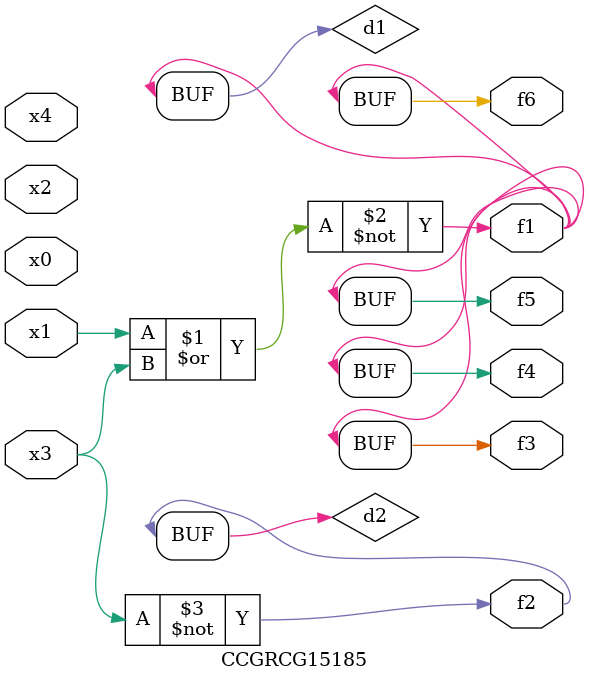
<source format=v>
module CCGRCG15185(
	input x0, x1, x2, x3, x4,
	output f1, f2, f3, f4, f5, f6
);

	wire d1, d2;

	nor (d1, x1, x3);
	not (d2, x3);
	assign f1 = d1;
	assign f2 = d2;
	assign f3 = d1;
	assign f4 = d1;
	assign f5 = d1;
	assign f6 = d1;
endmodule

</source>
